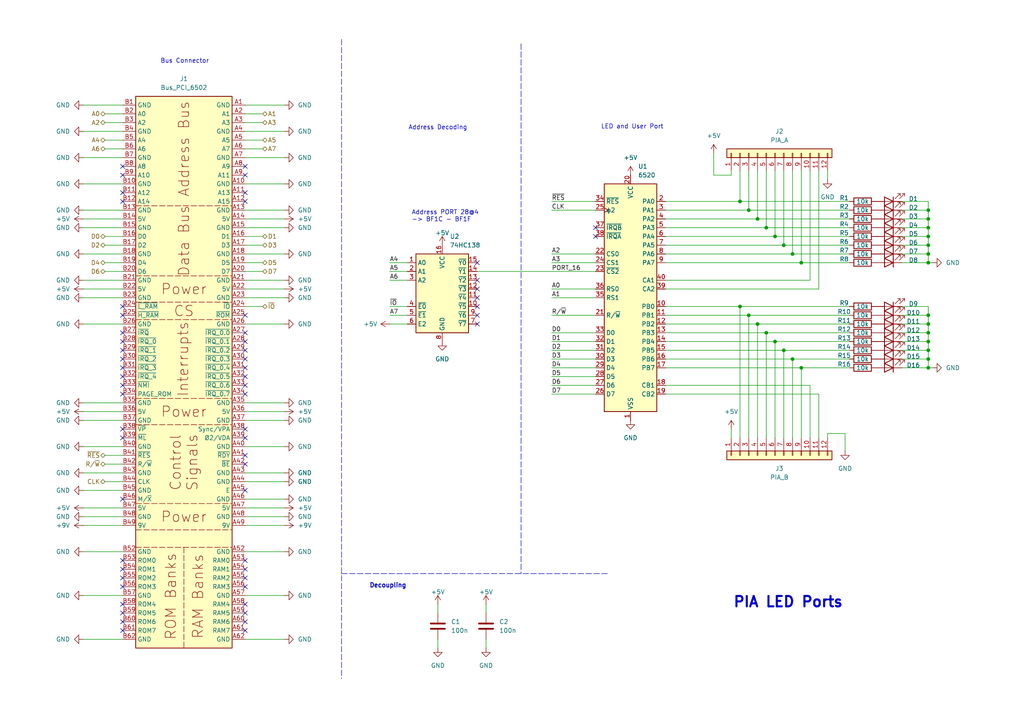
<source format=kicad_sch>
(kicad_sch (version 20231120) (generator "eeschema") (generator_version "8.0")
  (paper "A4")
  (title_block (title "S65xx Computer System") (date "2024-06-30") (rev "1.0") (company "Synthron"))
  (junction (at 224.79 99.06))
  (junction (at 269.24 101.6))
  (junction (at 219.71 63.5))
  (junction (at 269.24 93.98))
  (junction (at 232.41 106.68))
  (junction (at 269.24 96.52))
  (junction (at 269.24 99.06))
  (junction (at 224.79 68.58))
  (junction (at 269.24 73.66))
  (junction (at 269.24 71.12))
  (junction (at 222.25 66.04))
  (junction (at 219.71 93.98))
  (junction (at 222.25 96.52))
  (junction (at 229.87 104.14))
  (junction (at 214.63 58.42))
  (junction (at 269.24 91.44))
  (junction (at 269.24 76.2))
  (junction (at 269.24 68.58))
  (junction (at 269.24 106.68))
  (junction (at 269.24 60.96))
  (junction (at 269.24 63.5))
  (junction (at 229.87 73.66))
  (junction (at 227.33 101.6))
  (junction (at 217.17 60.96))
  (junction (at 214.63 88.9))
  (junction (at 269.24 66.04))
  (junction (at 269.24 104.14))
  (junction (at 227.33 71.12))
  (junction (at 232.41 76.2))
  (junction (at 217.17 91.44))
  (no_connect (at 71.12 134.62))
  (no_connect (at 71.12 182.88))
  (no_connect (at 35.56 182.88))
  (no_connect (at 172.72 68.58))
  (no_connect (at 35.56 170.18))
  (no_connect (at 71.12 124.46))
  (no_connect (at 35.56 58.42))
  (no_connect (at 71.12 175.26))
  (no_connect (at 35.56 175.26))
  (no_connect (at 71.12 170.18))
  (no_connect (at 71.12 58.42))
  (no_connect (at 71.12 132.08))
  (no_connect (at 35.56 48.26))
  (no_connect (at 35.56 124.46))
  (no_connect (at 71.12 114.3))
  (no_connect (at 35.56 101.6))
  (no_connect (at 138.43 86.36))
  (no_connect (at 71.12 111.76))
  (no_connect (at 71.12 106.68))
  (no_connect (at 71.12 109.22))
  (no_connect (at 35.56 91.44))
  (no_connect (at 71.12 104.14))
  (no_connect (at 35.56 180.34))
  (no_connect (at 71.12 48.26))
  (no_connect (at 35.56 144.78))
  (no_connect (at 35.56 127))
  (no_connect (at 138.43 76.2))
  (no_connect (at 35.56 177.8))
  (no_connect (at 71.12 99.06))
  (no_connect (at 71.12 50.8))
  (no_connect (at 35.56 99.06))
  (no_connect (at 35.56 104.14))
  (no_connect (at 71.12 162.56))
  (no_connect (at 71.12 96.52))
  (no_connect (at 35.56 109.22))
  (no_connect (at 35.56 162.56))
  (no_connect (at 35.56 111.76))
  (no_connect (at 71.12 142.24))
  (no_connect (at 138.43 83.82))
  (no_connect (at 71.12 91.44))
  (no_connect (at 138.43 88.9))
  (no_connect (at 35.56 50.8))
  (no_connect (at 35.56 88.9))
  (no_connect (at 71.12 165.1))
  (no_connect (at 71.12 55.88))
  (no_connect (at 35.56 96.52))
  (no_connect (at 71.12 177.8))
  (no_connect (at 138.43 91.44))
  (no_connect (at 35.56 114.3))
  (no_connect (at 71.12 167.64))
  (no_connect (at 35.56 106.68))
  (no_connect (at 71.12 127))
  (no_connect (at 35.56 55.88))
  (no_connect (at 35.56 165.1))
  (no_connect (at 138.43 81.28))
  (no_connect (at 172.72 66.04))
  (no_connect (at 71.12 101.6))
  (no_connect (at 71.12 180.34))
  (no_connect (at 35.56 167.64))
  (no_connect (at 138.43 93.98))
  (wire (pts (xy 261.62 96.52) (xy 269.24 96.52)))
  (wire (pts (xy 219.71 93.98) (xy 246.38 93.98)))
  (wire (pts (xy 246.38 58.42) (xy 214.63 58.42)))
  (wire (pts (xy 224.79 99.06) (xy 193.04 99.06)))
  (wire (pts (xy 82.55 149.86) (xy 71.12 149.86)))
  (wire (pts (xy 30.48 78.74) (xy 35.56 78.74)))
  (wire (pts (xy 160.02 83.82) (xy 172.72 83.82)))
  (wire (pts (xy 113.03 76.2) (xy 118.11 76.2)))
  (wire (pts (xy 82.55 66.04) (xy 71.12 66.04)))
  (wire (pts (xy 82.55 30.48) (xy 71.12 30.48)))
  (wire (pts (xy 160.02 76.2) (xy 172.72 76.2)))
  (wire (pts (xy 160.02 104.14) (xy 172.72 104.14)))
  (wire (pts (xy 30.48 139.7) (xy 35.56 139.7)))
  (wire (pts (xy 207.01 50.8) (xy 212.09 50.8)))
  (wire (pts (xy 82.55 116.84) (xy 71.12 116.84)))
  (wire (pts (xy 24.13 129.54) (xy 35.56 129.54)))
  (wire (pts (xy 246.38 88.9) (xy 214.63 88.9)))
  (wire (pts (xy 234.95 127) (xy 234.95 111.76)))
  (wire (pts (xy 214.63 88.9) (xy 214.63 127)))
  (wire (pts (xy 261.62 60.96) (xy 269.24 60.96)))
  (wire (pts (xy 214.63 88.9) (xy 193.04 88.9)))
  (wire (pts (xy 82.55 121.92) (xy 71.12 121.92)))
  (wire (pts (xy 214.63 58.42) (xy 193.04 58.42)))
  (wire (pts (xy 224.79 49.53) (xy 224.79 68.58)))
  (wire (pts (xy 30.48 71.12) (xy 35.56 71.12)))
  (wire (pts (xy 269.24 68.58) (xy 269.24 66.04)))
  (wire (pts (xy 246.38 99.06) (xy 224.79 99.06)))
  (wire (pts (xy 82.55 38.1) (xy 71.12 38.1)))
  (wire (pts (xy 113.03 91.44) (xy 118.11 91.44)))
  (wire (pts (xy 160.02 101.6) (xy 172.72 101.6)))
  (wire (pts (xy 24.13 53.34) (xy 35.56 53.34)))
  (wire (pts (xy 229.87 104.14) (xy 229.87 127)))
  (wire (pts (xy 24.13 185.42) (xy 35.56 185.42)))
  (wire (pts (xy 227.33 71.12) (xy 193.04 71.12)))
  (wire (pts (xy 82.55 160.02) (xy 71.12 160.02)))
  (wire (pts (xy 193.04 68.58) (xy 224.79 68.58)))
  (wire (pts (xy 269.24 76.2) (xy 269.24 73.66)))
  (wire (pts (xy 269.24 58.42) (xy 261.62 58.42)))
  (wire (pts (xy 212.09 50.8) (xy 212.09 49.53)))
  (wire (pts (xy 24.13 81.28) (xy 35.56 81.28)))
  (wire (pts (xy 229.87 104.14) (xy 193.04 104.14)))
  (wire (pts (xy 237.49 114.3) (xy 193.04 114.3)))
  (wire (pts (xy 240.03 125.73) (xy 240.03 127)))
  (wire (pts (xy 269.24 73.66) (xy 269.24 71.12)))
  (wire (pts (xy 30.48 68.58) (xy 35.56 68.58)))
  (wire (pts (xy 261.62 101.6) (xy 269.24 101.6)))
  (wire (pts (xy 269.24 106.68) (xy 269.24 104.14)))
  (wire (pts (xy 261.62 99.06) (xy 269.24 99.06)))
  (wire (pts (xy 237.49 49.53) (xy 237.49 83.82)))
  (wire (pts (xy 232.41 76.2) (xy 193.04 76.2)))
  (wire (pts (xy 24.13 38.1) (xy 35.56 38.1)))
  (wire (pts (xy 270.51 76.2) (xy 269.24 76.2)))
  (wire (pts (xy 261.62 91.44) (xy 269.24 91.44)))
  (wire (pts (xy 269.24 91.44) (xy 269.24 88.9)))
  (wire (pts (xy 76.2 78.74) (xy 71.12 78.74)))
  (wire (pts (xy 261.62 76.2) (xy 269.24 76.2)))
  (wire (pts (xy 82.55 63.5) (xy 71.12 63.5)))
  (wire (pts (xy 76.2 68.58) (xy 71.12 68.58)))
  (wire (pts (xy 269.24 101.6) (xy 269.24 99.06)))
  (wire (pts (xy 229.87 49.53) (xy 229.87 73.66)))
  (wire (pts (xy 160.02 58.42) (xy 172.72 58.42)))
  (wire (pts (xy 219.71 127) (xy 219.71 93.98)))
  (wire (pts (xy 222.25 96.52) (xy 222.25 127)))
  (wire (pts (xy 270.51 106.68) (xy 269.24 106.68)))
  (wire (pts (xy 234.95 49.53) (xy 234.95 81.28)))
  (wire (pts (xy 160.02 73.66) (xy 172.72 73.66)))
  (wire (pts (xy 82.55 45.72) (xy 71.12 45.72)))
  (wire (pts (xy 234.95 111.76) (xy 193.04 111.76)))
  (wire (pts (xy 76.2 40.64) (xy 71.12 40.64)))
  (wire (pts (xy 246.38 106.68) (xy 232.41 106.68)))
  (wire (pts (xy 240.03 52.07) (xy 240.03 49.53)))
  (wire (pts (xy 82.55 119.38) (xy 71.12 119.38)))
  (wire (pts (xy 160.02 99.06) (xy 172.72 99.06)))
  (wire (pts (xy 82.55 147.32) (xy 71.12 147.32)))
  (wire (pts (xy 82.55 137.16) (xy 71.12 137.16)))
  (wire (pts (xy 76.2 33.02) (xy 71.12 33.02)))
  (wire (pts (xy 207.01 44.45) (xy 207.01 50.8)))
  (wire (pts (xy 160.02 91.44) (xy 172.72 91.44)))
  (wire (pts (xy 30.48 33.02) (xy 35.56 33.02)))
  (wire (pts (xy 246.38 104.14) (xy 229.87 104.14)))
  (wire (pts (xy 214.63 49.53) (xy 214.63 58.42)))
  (wire (pts (xy 82.55 60.96) (xy 71.12 60.96)))
  (wire (pts (xy 269.24 96.52) (xy 269.24 93.98)))
  (wire (pts (xy 234.95 81.28) (xy 193.04 81.28)))
  (wire (pts (xy 261.62 71.12) (xy 269.24 71.12)))
  (wire (pts (xy 246.38 60.96) (xy 217.17 60.96)))
  (wire (pts (xy 24.13 93.98) (xy 35.56 93.98)))
  (wire (pts (xy 269.24 93.98) (xy 269.24 91.44)))
  (wire (pts (xy 212.09 124.46) (xy 212.09 127)))
  (wire (pts (xy 222.25 66.04) (xy 193.04 66.04)))
  (wire (pts (xy 24.13 172.72) (xy 35.56 172.72)))
  (wire (pts (xy 24.13 60.96) (xy 35.56 60.96)))
  (wire (pts (xy 82.55 73.66) (xy 71.12 73.66)))
  (wire (pts (xy 30.48 43.18) (xy 35.56 43.18)))
  (wire (pts (xy 261.62 63.5) (xy 269.24 63.5)))
  (wire (pts (xy 219.71 49.53) (xy 219.71 63.5)))
  (polyline (pts (xy 99.06 11.43) (xy 99.06 196.85)) (stroke (width 0) (type dash)))
  (wire (pts (xy 30.48 35.56) (xy 35.56 35.56)))
  (wire (pts (xy 113.03 93.98) (xy 118.11 93.98)))
  (wire (pts (xy 222.25 49.53) (xy 222.25 66.04)))
  (wire (pts (xy 113.03 81.28) (xy 118.11 81.28)))
  (polyline (pts (xy 151.13 12.7) (xy 151.13 166.37)) (stroke (width 0) (type dash)))
  (wire (pts (xy 76.2 43.18) (xy 71.12 43.18)))
  (wire (pts (xy 76.2 76.2) (xy 71.12 76.2)))
  (wire (pts (xy 24.13 121.92) (xy 35.56 121.92)))
  (wire (pts (xy 24.13 83.82) (xy 35.56 83.82)))
  (wire (pts (xy 269.24 99.06) (xy 269.24 96.52)))
  (wire (pts (xy 232.41 106.68) (xy 193.04 106.68)))
  (wire (pts (xy 76.2 71.12) (xy 71.12 71.12)))
  (wire (pts (xy 269.24 63.5) (xy 269.24 60.96)))
  (wire (pts (xy 82.55 83.82) (xy 71.12 83.82)))
  (wire (pts (xy 227.33 71.12) (xy 246.38 71.12)))
  (wire (pts (xy 24.13 147.32) (xy 35.56 147.32)))
  (wire (pts (xy 24.13 119.38) (xy 35.56 119.38)))
  (wire (pts (xy 217.17 60.96) (xy 193.04 60.96)))
  (wire (pts (xy 246.38 76.2) (xy 232.41 76.2)))
  (wire (pts (xy 193.04 91.44) (xy 217.17 91.44)))
  (wire (pts (xy 127 185.42) (xy 127 187.96)))
  (wire (pts (xy 138.43 78.74) (xy 172.72 78.74)))
  (wire (pts (xy 160.02 106.68) (xy 172.72 106.68)))
  (wire (pts (xy 245.11 130.81) (xy 245.11 125.73)))
  (wire (pts (xy 245.11 125.73) (xy 240.03 125.73)))
  (wire (pts (xy 269.24 104.14) (xy 269.24 101.6)))
  (wire (pts (xy 160.02 111.76) (xy 172.72 111.76)))
  (wire (pts (xy 261.62 106.68) (xy 269.24 106.68)))
  (wire (pts (xy 82.55 185.42) (xy 71.12 185.42)))
  (wire (pts (xy 82.55 139.7) (xy 71.12 139.7)))
  (wire (pts (xy 30.48 132.08) (xy 35.56 132.08)))
  (wire (pts (xy 222.25 96.52) (xy 193.04 96.52)))
  (wire (pts (xy 160.02 96.52) (xy 172.72 96.52)))
  (wire (pts (xy 76.2 35.56) (xy 71.12 35.56)))
  (wire (pts (xy 24.13 73.66) (xy 35.56 73.66)))
  (wire (pts (xy 160.02 86.36) (xy 172.72 86.36)))
  (wire (pts (xy 24.13 137.16) (xy 35.56 137.16)))
  (wire (pts (xy 269.24 71.12) (xy 269.24 68.58)))
  (wire (pts (xy 261.62 66.04) (xy 269.24 66.04)))
  (polyline (pts (xy 99.06 166.37) (xy 176.53 166.37)) (stroke (width 0) (type dash)))
  (wire (pts (xy 229.87 73.66) (xy 193.04 73.66)))
  (wire (pts (xy 227.33 101.6) (xy 193.04 101.6)))
  (wire (pts (xy 237.49 83.82) (xy 193.04 83.82)))
  (wire (pts (xy 232.41 106.68) (xy 232.41 127)))
  (wire (pts (xy 160.02 109.22) (xy 172.72 109.22)))
  (wire (pts (xy 113.03 88.9) (xy 118.11 88.9)))
  (wire (pts (xy 269.24 60.96) (xy 269.24 58.42)))
  (wire (pts (xy 269.24 66.04) (xy 269.24 63.5)))
  (wire (pts (xy 140.97 175.26) (xy 140.97 177.8)))
  (wire (pts (xy 246.38 63.5) (xy 219.71 63.5)))
  (wire (pts (xy 76.2 88.9) (xy 71.12 88.9)))
  (wire (pts (xy 30.48 40.64) (xy 35.56 40.64)))
  (wire (pts (xy 193.04 93.98) (xy 219.71 93.98)))
  (wire (pts (xy 24.13 160.02) (xy 35.56 160.02)))
  (wire (pts (xy 82.55 129.54) (xy 71.12 129.54)))
  (wire (pts (xy 30.48 134.62) (xy 35.56 134.62)))
  (wire (pts (xy 24.13 86.36) (xy 35.56 86.36)))
  (wire (pts (xy 24.13 45.72) (xy 35.56 45.72)))
  (wire (pts (xy 261.62 93.98) (xy 269.24 93.98)))
  (wire (pts (xy 219.71 63.5) (xy 193.04 63.5)))
  (wire (pts (xy 217.17 49.53) (xy 217.17 60.96)))
  (wire (pts (xy 24.13 30.48) (xy 35.56 30.48)))
  (wire (pts (xy 82.55 81.28) (xy 71.12 81.28)))
  (wire (pts (xy 24.13 142.24) (xy 35.56 142.24)))
  (wire (pts (xy 246.38 101.6) (xy 227.33 101.6)))
  (wire (pts (xy 82.55 86.36) (xy 71.12 86.36)))
  (wire (pts (xy 113.03 78.74) (xy 118.11 78.74)))
  (wire (pts (xy 227.33 101.6) (xy 227.33 127)))
  (wire (pts (xy 140.97 185.42) (xy 140.97 187.96)))
  (wire (pts (xy 237.49 127) (xy 237.49 114.3)))
  (wire (pts (xy 246.38 96.52) (xy 222.25 96.52)))
  (wire (pts (xy 82.55 172.72) (xy 71.12 172.72)))
  (wire (pts (xy 246.38 73.66) (xy 229.87 73.66)))
  (wire (pts (xy 127 175.26) (xy 127 177.8)))
  (wire (pts (xy 261.62 73.66) (xy 269.24 73.66)))
  (wire (pts (xy 246.38 66.04) (xy 222.25 66.04)))
  (wire (pts (xy 24.13 149.86) (xy 35.56 149.86)))
  (wire (pts (xy 24.13 152.4) (xy 35.56 152.4)))
  (wire (pts (xy 160.02 114.3) (xy 172.72 114.3)))
  (wire (pts (xy 82.55 152.4) (xy 71.12 152.4)))
  (wire (pts (xy 217.17 127) (xy 217.17 91.44)))
  (wire (pts (xy 24.13 116.84) (xy 35.56 116.84)))
  (wire (pts (xy 82.55 93.98) (xy 71.12 93.98)))
  (wire (pts (xy 224.79 68.58) (xy 246.38 68.58)))
  (wire (pts (xy 30.48 76.2) (xy 35.56 76.2)))
  (wire (pts (xy 24.13 66.04) (xy 35.56 66.04)))
  (wire (pts (xy 217.17 91.44) (xy 246.38 91.44)))
  (wire (pts (xy 160.02 60.96) (xy 172.72 60.96)))
  (wire (pts (xy 261.62 68.58) (xy 269.24 68.58)))
  (wire (pts (xy 227.33 49.53) (xy 227.33 71.12)))
  (wire (pts (xy 24.13 63.5) (xy 35.56 63.5)))
  (wire (pts (xy 232.41 49.53) (xy 232.41 76.2)))
  (wire (pts (xy 82.55 53.34) (xy 71.12 53.34)))
  (wire (pts (xy 224.79 99.06) (xy 224.79 127)))
  (wire (pts (xy 269.24 88.9) (xy 261.62 88.9)))
  (wire (pts (xy 82.55 144.78) (xy 71.12 144.78)))
  (wire (pts (xy 261.62 104.14) (xy 269.24 104.14)))
  (text "PIA LED Ports" (at 228.6 174.752 0) (effects (font (size 3 3) (thickness 0.6) (bold yes))))
  (text "Address PORT 28@4 \n-> BF1C - BF1F" (at 119.38 62.738 0) (effects (font (size 1.27 1.27)) (justify left)))
  (text "Address Decoding" (at 127 37.084 0) (effects (font (size 1.27 1.27))))
  (text "Bus Connector" (at 53.594 17.78 0) (effects (font (size 1.27 1.27))))
  (text "Decoupling" (at 112.522 169.926 0) (effects (font (size 1.27 1.27) (bold yes))))
  (text "LED and User Port" (at 183.388 36.83 0) (effects (font (size 1.27 1.27))))
  (label "D4" (at 160.02 106.68 0))
  (label "D6" (at 160.02 111.76 0))
  (label "CLK" (at 160.02 60.96 0))
  (label "A6" (at 113.03 81.28 0))
  (label "D5" (at 160.02 109.22 0))
  (label "A1" (at 160.02 86.36 0))
  (label "~{IO}" (at 113.03 88.9 0))
  (label "PORT_16" (at 160.02 78.74 0))
  (label "D0" (at 160.02 96.52 0))
  (label "D3" (at 160.02 104.14 0))
  (label "~{RES}" (at 160.02 58.42 0))
  (label "A3" (at 160.02 76.2 0))
  (label "D1" (at 160.02 99.06 0))
  (label "R{slash}~{W}" (at 160.02 91.44 0))
  (label "D2" (at 160.02 101.6 0))
  (label "A0" (at 160.02 83.82 0))
  (label "A2" (at 160.02 73.66 0))
  (label "A7" (at 113.03 91.44 0))
  (label "A5" (at 113.03 78.74 0))
  (label "D7" (at 160.02 114.3 0))
  (label "A4" (at 113.03 76.2 0))
  (hierarchical_label "D5" (shape bidirectional) (at 76.2 76.2 0))
  (hierarchical_label "CLK" (shape bidirectional) (at 30.48 139.7 180))
  (hierarchical_label "A2" (shape bidirectional) (at 30.48 35.56 180))
  (hierarchical_label "D6" (shape bidirectional) (at 30.48 78.74 180))
  (hierarchical_label "A3" (shape bidirectional) (at 76.2 35.56 0))
  (hierarchical_label "R{slash}~{W}" (shape bidirectional) (at 30.48 134.62 180))
  (hierarchical_label "D2" (shape bidirectional) (at 30.48 71.12 180))
  (hierarchical_label "D1" (shape bidirectional) (at 76.2 68.58 0))
  (hierarchical_label "D7" (shape bidirectional) (at 76.2 78.74 0))
  (hierarchical_label "A6" (shape bidirectional) (at 30.48 43.18 180))
  (hierarchical_label "D4" (shape bidirectional) (at 30.48 76.2 180))
  (hierarchical_label "A0" (shape bidirectional) (at 30.48 33.02 180))
  (hierarchical_label "A5" (shape bidirectional) (at 76.2 40.64 0))
  (hierarchical_label "D0" (shape bidirectional) (at 30.48 68.58 180))
  (hierarchical_label "~{RES}" (shape bidirectional) (at 30.48 132.08 180))
  (hierarchical_label "~{IO}" (shape bidirectional) (at 76.2 88.9 0))
  (hierarchical_label "D3" (shape bidirectional) (at 76.2 71.12 0))
  (hierarchical_label "A7" (shape bidirectional) (at 76.2 43.18 0))
  (hierarchical_label "A4" (shape bidirectional) (at 30.48 40.64 180))
  (hierarchical_label "A1" (shape bidirectional) (at 76.2 33.02 0))
  (symbol (lib_id "power:GND") (at 24.13 38.1 270) (unit 1)
    (property "Reference" "#PWR03" (effects (hide yes)))
    (property "Value" "GND" (at 20.32 38.0999 90) (effects (justify right)))
    (property "Description" "Power symbol creates a global label with name \"GND\" , ground" (effects (hide yes)))
  )
  (symbol (lib_id "power:GND") (at 82.55 86.36 90) (mirror x) (unit 1)
    (property "Reference" "#PWR022" (effects (hide yes)))
    (property "Value" "GND" (at 86.36 86.3599 90) (effects (justify right)))
    (property "Description" "Power symbol creates a global label with name \"GND\" , ground" (effects (hide yes)))
  )
  (symbol (lib_id "power:+5V") (at 82.55 83.82 270) (mirror x) (unit 1)
    (property "Reference" "#PWR020" (effects (hide yes)))
    (property "Value" "+5V" (at 86.36 83.8199 90) (effects (justify left)))
    (property "Description" "Power symbol creates a global label with name \"+5V\"" (effects (hide yes)))
  )
  (symbol (lib_id "Device:R") (at 250.19 71.12 90) (unit 1)
    (property "Reference" "R6" (at 244.856 70.104 90))
    (property "Value" "10k" (at 250.19 71.12 90))
    (property "Footprint" "Resistor_SMD:R_0805_2012Metric" (effects (hide yes)))
    (property "Description" "Resistor" (effects (hide yes)))
  )
  (symbol (lib_id "Device:R") (at 250.19 58.42 90) (unit 1)
    (property "Reference" "R1" (at 244.856 57.404 90))
    (property "Value" "10k" (at 250.19 58.42 90))
    (property "Footprint" "Resistor_SMD:R_0805_2012Metric" (effects (hide yes)))
    (property "Description" "Resistor" (effects (hide yes)))
  )
  (symbol (lib_id "Device:R") (at 250.19 60.96 90) (unit 1)
    (property "Reference" "R2" (at 244.856 59.944 90))
    (property "Value" "10k" (at 250.19 60.96 90))
    (property "Footprint" "Resistor_SMD:R_0805_2012Metric" (effects (hide yes)))
    (property "Description" "Resistor" (effects (hide yes)))
  )
  (symbol (lib_id "power:GND") (at 82.55 121.92 90) (mirror x) (unit 1)
    (property "Reference" "#PWR030" (effects (hide yes)))
    (property "Value" "GND" (at 86.36 121.9199 90) (effects (justify right)))
    (property "Description" "Power symbol creates a global label with name \"GND\" , ground" (effects (hide yes)))
  )
  (symbol (lib_id "power:GND") (at 82.55 160.02 90) (unit 1)
    (property "Reference" "#PWR045" (effects (hide yes)))
    (property "Value" "GND" (at 86.36 160.0201 90) (effects (justify right)))
    (property "Description" "Power symbol creates a global label with name \"GND\" , ground" (effects (hide yes)))
  )
  (symbol (lib_id "6502:Bus_PCI_6502") (at 53.34 106.68 0) (unit 1)
    (property "Reference" "J1" (at 53.34 22.86 0))
    (property "Value" "Bus_PCI_6502" (at 53.34 25.4 0))
    (property "Footprint" "Connector_PCBEdge:BUS_PCI" (effects (hide yes)))
    (property "Datasheet" "http://pinouts.ru/Slots/PCI_pinout.shtml" (effects (hide yes)))
    (property "Description" "PCI bus connector for 5V cards" (effects (hide yes)))
  )
  (symbol (lib_id "power:GND") (at 82.55 66.04 90) (mirror x) (unit 1)
    (property "Reference" "#PWR014" (effects (hide yes)))
    (property "Value" "GND" (at 86.36 66.0399 90) (effects (justify right)))
    (property "Description" "Power symbol creates a global label with name \"GND\" , ground" (effects (hide yes)))
  )
  (symbol (lib_id "6502:6520") (at 182.88 86.36 0) (unit 1)
    (property "Reference" "U1" (at 185.0741 48.26 0) (effects (justify left)))
    (property "Value" "6520" (at 185.0741 50.8 0) (effects (justify left)))
    (property "Footprint" "Package_DIP:DIP-40_W15.24mm" (effects (hide yes)))
    (property "Datasheet" "http://www.6502.org/documents/datasheets/mos/mos_6520.pdf" (effects (hide yes)))
    (property "Description" "NMOS Peripheral Interface Adapter (PIA), 20-pin I/O, DIP-40" (effects (hide yes)))
  )
  (symbol (lib_id "power:GND") (at 182.88 121.92 0) (unit 1)
    (property "Reference" "#PWR053" (effects (hide yes)))
    (property "Value" "GND" (at 182.88 127 0))
    (property "Description" "Power symbol creates a global label with name \"GND\" , ground" (effects (hide yes)))
  )
  (symbol (lib_id "power:GND") (at 24.13 81.28 270) (unit 1)
    (property "Reference" "#PWR017" (effects (hide yes)))
    (property "Value" "GND" (at 20.32 81.2799 90) (effects (justify right)))
    (property "Description" "Power symbol creates a global label with name \"GND\" , ground" (effects (hide yes)))
  )
  (symbol (lib_id "power:GND") (at 24.13 185.42 270) (unit 1)
    (property "Reference" "#PWR048" (effects (hide yes)))
    (property "Value" "GND" (at 20.32 185.4199 90) (effects (justify right)))
    (property "Description" "Power symbol creates a global label with name \"GND\" , ground" (effects (hide yes)))
  )
  (symbol (lib_id "Device:R") (at 250.19 99.06 90) (unit 1)
    (property "Reference" "R13" (at 244.856 98.044 90))
    (property "Value" "10k" (at 250.19 99.06 90))
    (property "Footprint" "Resistor_SMD:R_0805_2012Metric" (effects (hide yes)))
    (property "Description" "Resistor" (effects (hide yes)))
  )
  (symbol (lib_id "power:GND") (at 82.55 116.84 90) (mirror x) (unit 1)
    (property "Reference" "#PWR026" (effects (hide yes)))
    (property "Value" "GND" (at 86.36 116.8399 90) (effects (justify right)))
    (property "Description" "Power symbol creates a global label with name \"GND\" , ground" (effects (hide yes)))
  )
  (symbol (lib_id "power:GND") (at 24.13 60.96 270) (unit 1)
    (property "Reference" "#PWR09" (effects (hide yes)))
    (property "Value" "GND" (at 20.32 60.9599 90) (effects (justify right)))
    (property "Description" "Power symbol creates a global label with name \"GND\" , ground" (effects (hide yes)))
  )
  (symbol (lib_id "power:GND") (at 140.97 187.96 0) (mirror y) (unit 1)
    (property "Reference" "#PWR064" (effects (hide yes)))
    (property "Value" "GND" (at 140.97 193.04 0))
    (property "Description" "Power symbol creates a global label with name \"GND\" , ground" (effects (hide yes)))
  )
  (symbol (lib_id "Device:R") (at 250.19 96.52 90) (unit 1)
    (property "Reference" "R12" (at 244.856 95.504 90))
    (property "Value" "10k" (at 250.19 96.52 90))
    (property "Footprint" "Resistor_SMD:R_0805_2012Metric" (effects (hide yes)))
    (property "Description" "Resistor" (effects (hide yes)))
  )
  (symbol (lib_id "Device:LED") (at 257.81 63.5 180) (unit 1)
    (property "Reference" "D3" (at 264.922 62.738 0))
    (property "Value" "LED" (effects (hide yes)))
    (property "Footprint" "Eigene:SPST_Edge" (effects (hide yes)))
    (property "Description" "Light emitting diode" (effects (hide yes)))
  )
  (symbol (lib_id "power:+5V") (at 140.97 175.26 0) (mirror y) (unit 1)
    (property "Reference" "#PWR063" (effects (hide yes)))
    (property "Value" "+5V" (at 140.97 171.704 0))
    (property "Description" "Power symbol creates a global label with name \"+5V\"" (effects (hide yes)))
  )
  (symbol (lib_id "power:GND") (at 24.13 45.72 270) (unit 1)
    (property "Reference" "#PWR05" (effects (hide yes)))
    (property "Value" "GND" (at 20.32 45.7199 90) (effects (justify right)))
    (property "Description" "Power symbol creates a global label with name \"GND\" , ground" (effects (hide yes)))
  )
  (symbol (lib_id "power:GND") (at 24.13 30.48 270) (unit 1)
    (property "Reference" "#PWR01" (effects (hide yes)))
    (property "Value" "GND" (at 20.32 30.4799 90) (effects (justify right)))
    (property "Description" "Power symbol creates a global label with name \"GND\" , ground" (effects (hide yes)))
  )
  (symbol (lib_id "Device:LED") (at 257.81 99.06 180) (unit 1)
    (property "Reference" "D13" (at 264.922 98.298 0))
    (property "Value" "LED" (effects (hide yes)))
    (property "Footprint" "Eigene:SPST_Edge" (effects (hide yes)))
    (property "Description" "Light emitting diode" (effects (hide yes)))
  )
  (symbol (lib_id "Device:R") (at 250.19 76.2 90) (unit 1)
    (property "Reference" "R8" (at 244.856 75.184 90))
    (property "Value" "10k" (at 250.19 76.2 90))
    (property "Footprint" "Resistor_SMD:R_0805_2012Metric" (effects (hide yes)))
    (property "Description" "Resistor" (effects (hide yes)))
  )
  (symbol (lib_id "power:+5V") (at 127 175.26 0) (mirror y) (unit 1)
    (property "Reference" "#PWR061" (effects (hide yes)))
    (property "Value" "+5V" (at 127 171.704 0))
    (property "Description" "Power symbol creates a global label with name \"+5V\"" (effects (hide yes)))
  )
  (symbol (lib_id "Connector_Generic:Conn_01x12") (at 224.79 44.45 90) (unit 1)
    (property "Reference" "J2" (at 226.06 38.1 90))
    (property "Value" "PIA_A" (at 226.06 40.64 90))
    (property "Footprint" "Connector_PinHeader_2.54mm:PinHeader_1x12_P2.54mm_Vertical" (effects (hide yes)))
    (property "Description" "Generic connector, single row, 01x12, script generated (kicad-library-utils/schlib/autogen/connector/)" (effects (hide yes)))
  )
  (symbol (lib_id "power:GND") (at 82.55 185.42 90) (unit 1)
    (property "Reference" "#PWR049" (effects (hide yes)))
    (property "Value" "GND" (at 86.36 185.4201 90) (effects (justify right)))
    (property "Description" "Power symbol creates a global label with name \"GND\" , ground" (effects (hide yes)))
  )
  (symbol (lib_id "Device:LED") (at 257.81 68.58 180) (unit 1)
    (property "Reference" "D5" (at 264.922 67.818 0))
    (property "Value" "LED" (effects (hide yes)))
    (property "Footprint" "Eigene:SPST_Edge" (effects (hide yes)))
    (property "Description" "Light emitting diode" (effects (hide yes)))
  )
  (symbol (lib_id "Device:LED") (at 257.81 71.12 180) (unit 1)
    (property "Reference" "D6" (at 264.922 70.358 0))
    (property "Value" "LED" (effects (hide yes)))
    (property "Footprint" "Eigene:SPST_Edge" (effects (hide yes)))
    (property "Description" "Light emitting diode" (effects (hide yes)))
  )
  (symbol (lib_id "Device:R") (at 250.19 93.98 90) (unit 1)
    (property "Reference" "R11" (at 244.856 92.964 90))
    (property "Value" "10k" (at 250.19 93.98 90))
    (property "Footprint" "Resistor_SMD:R_0805_2012Metric" (effects (hide yes)))
    (property "Description" "Resistor" (effects (hide yes)))
  )
  (symbol (lib_id "Connector_Generic:Conn_01x12") (at 224.79 132.08 90) (mirror x) (unit 1)
    (property "Reference" "J3" (at 226.06 135.89 90))
    (property "Value" "PIA_B" (at 226.06 138.43 90))
    (property "Footprint" "Connector_PinHeader_2.54mm:PinHeader_1x12_P2.54mm_Vertical" (effects (hide yes)))
    (property "Description" "Generic connector, single row, 01x12, script generated (kicad-library-utils/schlib/autogen/connector/)" (effects (hide yes)))
  )
  (symbol (lib_id "74xx:74HC138") (at 128.27 86.36 0) (unit 1)
    (property "Reference" "U2" (at 130.4641 68.58 0) (effects (justify left)))
    (property "Value" "74HC138" (at 130.4641 71.12 0) (effects (justify left)))
    (property "Footprint" "Package_DIP:DIP-16_W7.62mm_LongPads" (effects (hide yes)))
    (property "Datasheet" "http://www.ti.com/lit/ds/symlink/cd74hc238.pdf" (effects (hide yes)))
    (property "Description" "3-to-8 line decoder/multiplexer inverting, DIP-16/SOIC-16/SSOP-16" (effects (hide yes)))
  )
  (symbol (lib_id "power:GND") (at 24.13 86.36 270) (unit 1)
    (property "Reference" "#PWR021" (effects (hide yes)))
    (property "Value" "GND" (at 20.32 86.3599 90) (effects (justify right)))
    (property "Description" "Power symbol creates a global label with name \"GND\" , ground" (effects (hide yes)))
  )
  (symbol (lib_id "power:GND") (at 82.55 172.72 90) (unit 1)
    (property "Reference" "#PWR047" (effects (hide yes)))
    (property "Value" "GND" (at 86.36 172.7201 90) (effects (justify right)))
    (property "Description" "Power symbol creates a global label with name \"GND\" , ground" (effects (hide yes)))
  )
  (symbol (lib_id "power:GND") (at 24.13 137.16 270) (unit 1)
    (property "Reference" "#PWR033" (effects (hide yes)))
    (property "Value" "GND" (at 20.32 137.1599 90) (effects (justify right)))
    (property "Description" "Power symbol creates a global label with name \"GND\" , ground" (effects (hide yes)))
  )
  (symbol (lib_id "power:+5V") (at 24.13 147.32 90) (unit 1)
    (property "Reference" "#PWR038" (effects (hide yes)))
    (property "Value" "+5V" (at 20.32 147.3199 90) (effects (justify left)))
    (property "Description" "Power symbol creates a global label with name \"+5V\"" (effects (hide yes)))
  )
  (symbol (lib_id "Device:C") (at 127 181.61 0) (unit 1)
    (property "Reference" "C1" (at 130.81 180.3399 0) (effects (justify left)))
    (property "Value" "100n" (at 130.81 182.8799 0) (effects (justify left)))
    (property "Footprint" "Capacitor_SMD:C_0805_2012Metric" (effects (hide yes)))
    (property "Description" "Unpolarized capacitor" (effects (hide yes)))
  )
  (symbol (lib_id "power:GND") (at 24.13 149.86 270) (unit 1)
    (property "Reference" "#PWR040" (effects (hide yes)))
    (property "Value" "GND" (at 20.32 149.8599 90) (effects (justify right)))
    (property "Description" "Power symbol creates a global label with name \"GND\" , ground" (effects (hide yes)))
  )
  (symbol (lib_id "Device:LED") (at 257.81 91.44 180) (unit 1)
    (property "Reference" "D10" (at 264.922 90.678 0))
    (property "Value" "LED" (effects (hide yes)))
    (property "Footprint" "Eigene:SPST_Edge" (effects (hide yes)))
    (property "Description" "Light emitting diode" (effects (hide yes)))
  )
  (symbol (lib_id "power:GND") (at 82.55 30.48 90) (mirror x) (unit 1)
    (property "Reference" "#PWR02" (effects (hide yes)))
    (property "Value" "GND" (at 86.36 30.4799 90) (effects (justify right)))
    (property "Description" "Power symbol creates a global label with name \"GND\" , ground" (effects (hide yes)))
  )
  (symbol (lib_id "power:GND") (at 24.13 93.98 270) (unit 1)
    (property "Reference" "#PWR023" (effects (hide yes)))
    (property "Value" "GND" (at 20.32 93.9799 90) (effects (justify right)))
    (property "Description" "Power symbol creates a global label with name \"GND\" , ground" (effects (hide yes)))
  )
  (symbol (lib_id "power:GND") (at 24.13 66.04 270) (unit 1)
    (property "Reference" "#PWR013" (effects (hide yes)))
    (property "Value" "GND" (at 20.32 66.0399 90) (effects (justify right)))
    (property "Description" "Power symbol creates a global label with name \"GND\" , ground" (effects (hide yes)))
  )
  (symbol (lib_id "power:+5V") (at 24.13 83.82 90) (unit 1)
    (property "Reference" "#PWR019" (effects (hide yes)))
    (property "Value" "+5V" (at 20.32 83.8199 90) (effects (justify left)))
    (property "Description" "Power symbol creates a global label with name \"+5V\"" (effects (hide yes)))
  )
  (symbol (lib_id "power:+5V") (at 82.55 147.32 270) (mirror x) (unit 1)
    (property "Reference" "#PWR039" (effects (hide yes)))
    (property "Value" "+5V" (at 86.36 147.3199 90) (effects (justify left)))
    (property "Description" "Power symbol creates a global label with name \"+5V\"" (effects (hide yes)))
  )
  (symbol (lib_id "power:GND") (at 24.13 142.24 270) (unit 1)
    (property "Reference" "#PWR036" (effects (hide yes)))
    (property "Value" "GND" (at 20.32 142.2399 90) (effects (justify right)))
    (property "Description" "Power symbol creates a global label with name \"GND\" , ground" (effects (hide yes)))
  )
  (symbol (lib_id "Device:LED") (at 257.81 93.98 180) (unit 1)
    (property "Reference" "D11" (at 264.922 93.218 0))
    (property "Value" "LED" (effects (hide yes)))
    (property "Footprint" "Eigene:SPST_Edge" (effects (hide yes)))
    (property "Description" "Light emitting diode" (effects (hide yes)))
  )
  (symbol (lib_id "Device:LED") (at 257.81 76.2 180) (unit 1)
    (property "Reference" "D8" (at 264.922 75.438 0))
    (property "Value" "LED" (effects (hide yes)))
    (property "Footprint" "Eigene:SPST_Edge" (effects (hide yes)))
    (property "Description" "Light emitting diode" (effects (hide yes)))
  )
  (symbol (lib_id "power:GND") (at 24.13 73.66 270) (unit 1)
    (property "Reference" "#PWR015" (effects (hide yes)))
    (property "Value" "GND" (at 20.32 73.6599 90) (effects (justify right)))
    (property "Description" "Power symbol creates a global label with name \"GND\" , ground" (effects (hide yes)))
  )
  (symbol (lib_id "Device:R") (at 250.19 101.6 90) (unit 1)
    (property "Reference" "R14" (at 244.856 100.584 90))
    (property "Value" "10k" (at 250.19 101.6 90))
    (property "Footprint" "Resistor_SMD:R_0805_2012Metric" (effects (hide yes)))
    (property "Description" "Resistor" (effects (hide yes)))
  )
  (symbol (lib_id "Device:C") (at 140.97 181.61 0) (unit 1)
    (property "Reference" "C2" (at 144.78 180.3399 0) (effects (justify left)))
    (property "Value" "100n" (at 144.78 182.8799 0) (effects (justify left)))
    (property "Footprint" "Capacitor_SMD:C_0805_2012Metric" (effects (hide yes)))
    (property "Description" "Unpolarized capacitor" (effects (hide yes)))
  )
  (symbol (lib_id "power:GND") (at 270.51 76.2 90) (unit 1)
    (property "Reference" "#PWR051" (effects (hide yes)))
    (property "Value" "GND" (at 274.32 76.1999 90) (effects (justify right)))
    (property "Description" "Power symbol creates a global label with name \"GND\" , ground" (effects (hide yes)))
  )
  (symbol (lib_id "Device:LED") (at 257.81 104.14 180) (unit 1)
    (property "Reference" "D15" (at 264.922 103.378 0))
    (property "Value" "LED" (effects (hide yes)))
    (property "Footprint" "Eigene:SPST_Edge" (effects (hide yes)))
    (property "Description" "Light emitting diode" (effects (hide yes)))
  )
  (symbol (lib_id "Device:LED") (at 257.81 101.6 180) (unit 1)
    (property "Reference" "D14" (at 264.922 100.838 0))
    (property "Value" "LED" (effects (hide yes)))
    (property "Footprint" "Eigene:SPST_Edge" (effects (hide yes)))
    (property "Description" "Light emitting diode" (effects (hide yes)))
  )
  (symbol (lib_id "Device:LED") (at 257.81 58.42 180) (unit 1)
    (property "Reference" "D1" (at 264.922 57.658 0))
    (property "Value" "LED" (effects (hide yes)))
    (property "Footprint" "Eigene:SPST_Edge" (effects (hide yes)))
    (property "Description" "Light emitting diode" (effects (hide yes)))
  )
  (symbol (lib_id "power:+5V") (at 82.55 119.38 270) (mirror x) (unit 1)
    (property "Reference" "#PWR028" (effects (hide yes)))
    (property "Value" "+5V" (at 86.36 119.3799 90) (effects (justify left)))
    (property "Description" "Power symbol creates a global label with name \"+5V\"" (effects (hide yes)))
  )
  (symbol (lib_id "power:GND") (at 24.13 160.02 270) (unit 1)
    (property "Reference" "#PWR044" (effects (hide yes)))
    (property "Value" "GND" (at 20.32 160.0199 90) (effects (justify right)))
    (property "Description" "Power symbol creates a global label with name \"GND\" , ground" (effects (hide yes)))
  )
  (symbol (lib_id "power:GND") (at 270.51 106.68 90) (unit 1)
    (property "Reference" "#PWR052" (effects (hide yes)))
    (property "Value" "GND" (at 274.32 106.6799 90) (effects (justify right)))
    (property "Description" "Power symbol creates a global label with name \"GND\" , ground" (effects (hide yes)))
  )
  (symbol (lib_id "Device:R") (at 250.19 73.66 90) (unit 1)
    (property "Reference" "R7" (at 244.856 72.644 90))
    (property "Value" "10k" (at 250.19 73.66 90))
    (property "Footprint" "Resistor_SMD:R_0805_2012Metric" (effects (hide yes)))
    (property "Description" "Resistor" (effects (hide yes)))
  )
  (symbol (lib_id "power:GND") (at 24.13 129.54 270) (unit 1)
    (property "Reference" "#PWR031" (effects (hide yes)))
    (property "Value" "GND" (at 20.32 129.5399 90) (effects (justify right)))
    (property "Description" "Power symbol creates a global label with name \"GND\" , ground" (effects (hide yes)))
  )
  (symbol (lib_id "power:+5V") (at 24.13 119.38 90) (unit 1)
    (property "Reference" "#PWR027" (effects (hide yes)))
    (property "Value" "+5V" (at 20.32 119.3799 90) (effects (justify left)))
    (property "Description" "Power symbol creates a global label with name \"+5V\"" (effects (hide yes)))
  )
  (symbol (lib_id "Device:LED") (at 257.81 60.96 180) (unit 1)
    (property "Reference" "D2" (at 264.922 60.198 0))
    (property "Value" "LED" (effects (hide yes)))
    (property "Footprint" "Eigene:SPST_Edge" (effects (hide yes)))
    (property "Description" "Light emitting diode" (effects (hide yes)))
  )
  (symbol (lib_id "Device:R") (at 250.19 88.9 90) (unit 1)
    (property "Reference" "R9" (at 244.856 87.884 90))
    (property "Value" "10k" (at 250.19 88.9 90))
    (property "Footprint" "Resistor_SMD:R_0805_2012Metric" (effects (hide yes)))
    (property "Description" "Resistor" (effects (hide yes)))
  )
  (symbol (lib_id "power:GND") (at 240.03 52.07 0) (unit 1)
    (property "Reference" "#PWR055" (effects (hide yes)))
    (property "Value" "GND" (at 240.03 57.15 0))
    (property "Description" "Power symbol creates a global label with name \"GND\" , ground" (effects (hide yes)))
  )
  (symbol (lib_id "Device:LED") (at 257.81 66.04 180) (unit 1)
    (property "Reference" "D4" (at 264.922 65.278 0))
    (property "Value" "LED" (effects (hide yes)))
    (property "Footprint" "Eigene:SPST_Edge" (effects (hide yes)))
    (property "Description" "Light emitting diode" (effects (hide yes)))
  )
  (symbol (lib_id "Device:R") (at 250.19 66.04 90) (unit 1)
    (property "Reference" "R4" (at 244.856 65.024 90))
    (property "Value" "10k" (at 250.19 66.04 90))
    (property "Footprint" "Resistor_SMD:R_0805_2012Metric" (effects (hide yes)))
    (property "Description" "Resistor" (effects (hide yes)))
  )
  (symbol (lib_id "power:GND") (at 82.55 93.98 90) (mirror x) (unit 1)
    (property "Reference" "#PWR024" (effects (hide yes)))
    (property "Value" "GND" (at 86.36 93.9799 90) (effects (justify right)))
    (property "Description" "Power symbol creates a global label with name \"GND\" , ground" (effects (hide yes)))
  )
  (symbol (lib_id "Device:LED") (at 257.81 88.9 180) (unit 1)
    (property "Reference" "D9" (at 264.922 88.138 0))
    (property "Value" "LED" (effects (hide yes)))
    (property "Footprint" "Eigene:SPST_Edge" (effects (hide yes)))
    (property "Description" "Light emitting diode" (effects (hide yes)))
  )
  (symbol (lib_id "power:+5V") (at 207.01 44.45 0) (unit 1)
    (property "Reference" "#PWR054" (effects (hide yes)))
    (property "Value" "+5V" (at 207.01 39.37 0))
    (property "Description" "Power symbol creates a global label with name \"+5V\"" (effects (hide yes)))
  )
  (symbol (lib_id "power:GND") (at 24.13 53.34 270) (unit 1)
    (property "Reference" "#PWR07" (effects (hide yes)))
    (property "Value" "GND" (at 20.32 53.3399 90) (effects (justify right)))
    (property "Description" "Power symbol creates a global label with name \"GND\" , ground" (effects (hide yes)))
  )
  (symbol (lib_id "power:GND") (at 82.55 38.1 90) (mirror x) (unit 1)
    (property "Reference" "#PWR04" (effects (hide yes)))
    (property "Value" "GND" (at 86.36 38.0999 90) (effects (justify right)))
    (property "Description" "Power symbol creates a global label with name \"GND\" , ground" (effects (hide yes)))
  )
  (symbol (lib_id "Device:LED") (at 257.81 73.66 180) (unit 1)
    (property "Reference" "D7" (at 264.922 72.898 0))
    (property "Value" "LED" (effects (hide yes)))
    (property "Footprint" "Eigene:SPST_Edge" (effects (hide yes)))
    (property "Description" "Light emitting diode" (effects (hide yes)))
  )
  (symbol (lib_id "power:+5V") (at 24.13 63.5 90) (unit 1)
    (property "Reference" "#PWR011" (effects (hide yes)))
    (property "Value" "+5V" (at 20.32 63.4999 90) (effects (justify left)))
    (property "Description" "Power symbol creates a global label with name \"+5V\"" (effects (hide yes)))
  )
  (symbol (lib_id "power:GND") (at 24.13 172.72 270) (unit 1)
    (property "Reference" "#PWR046" (effects (hide yes)))
    (property "Value" "GND" (at 20.32 172.7199 90) (effects (justify right)))
    (property "Description" "Power symbol creates a global label with name \"GND\" , ground" (effects (hide yes)))
  )
  (symbol (lib_id "Device:LED") (at 257.81 106.68 180) (unit 1)
    (property "Reference" "D16" (at 264.922 105.918 0))
    (property "Value" "LED" (effects (hide yes)))
    (property "Footprint" "Eigene:SPST_Edge" (effects (hide yes)))
    (property "Description" "Light emitting diode" (effects (hide yes)))
  )
  (symbol (lib_id "power:+5V") (at 128.27 71.12 0) (mirror y) (unit 1)
    (property "Reference" "#PWR058" (effects (hide yes)))
    (property "Value" "+5V" (at 128.27 67.564 0))
    (property "Description" "Power symbol creates a global label with name \"+5V\"" (effects (hide yes)))
  )
  (symbol (lib_id "power:GND") (at 82.55 53.34 90) (mirror x) (unit 1)
    (property "Reference" "#PWR08" (effects (hide yes)))
    (property "Value" "GND" (at 86.36 53.3399 90) (effects (justify right)))
    (property "Description" "Power symbol creates a global label with name \"GND\" , ground" (effects (hide yes)))
  )
  (symbol (lib_id "power:GND") (at 82.55 81.28 90) (mirror x) (unit 1)
    (property "Reference" "#PWR018" (effects (hide yes)))
    (property "Value" "GND" (at 86.36 81.2799 90) (effects (justify right)))
    (property "Description" "Power symbol creates a global label with name \"GND\" , ground" (effects (hide yes)))
  )
  (symbol (lib_id "power:+9V") (at 82.55 152.4 270) (mirror x) (unit 1)
    (property "Reference" "#PWR043" (effects (hide yes)))
    (property "Value" "+9V" (at 86.36 152.3999 90) (effects (justify left)))
    (property "Description" "Power symbol creates a global label with name \"+9V\"" (effects (hide yes)))
  )
  (symbol (lib_id "power:GND") (at 82.55 60.96 90) (mirror x) (unit 1)
    (property "Reference" "#PWR010" (effects (hide yes)))
    (property "Value" "GND" (at 86.36 60.9599 90) (effects (justify right)))
    (property "Description" "Power symbol creates a global label with name \"GND\" , ground" (effects (hide yes)))
  )
  (symbol (lib_id "power:GND") (at 128.27 99.06 0) (mirror y) (unit 1)
    (property "Reference" "#PWR059" (effects (hide yes)))
    (property "Value" "GND" (at 128.27 104.14 0))
    (property "Description" "Power symbol creates a global label with name \"GND\" , ground" (effects (hide yes)))
  )
  (symbol (lib_id "power:+9V") (at 24.13 152.4 90) (unit 1)
    (property "Reference" "#PWR042" (effects (hide yes)))
    (property "Value" "+9V" (at 20.32 152.3999 90) (effects (justify left)))
    (property "Description" "Power symbol creates a global label with name \"+9V\"" (effects (hide yes)))
  )
  (symbol (lib_id "power:GND") (at 127 187.96 0) (mirror y) (unit 1)
    (property "Reference" "#PWR062" (effects (hide yes)))
    (property "Value" "GND" (at 127 193.04 0))
    (property "Description" "Power symbol creates a global label with name \"GND\" , ground" (effects (hide yes)))
  )
  (symbol (lib_id "power:GND") (at 82.55 149.86 90) (mirror x) (unit 1)
    (property "Reference" "#PWR041" (effects (hide yes)))
    (property "Value" "GND" (at 86.36 149.8599 90) (effects (justify right)))
    (property "Description" "Power symbol creates a global label with name \"GND\" , ground" (effects (hide yes)))
  )
  (symbol (lib_id "power:+5V") (at 212.09 124.46 0) (mirror y) (unit 1)
    (property "Reference" "#PWR056" (effects (hide yes)))
    (property "Value" "+5V" (at 212.09 119.38 0))
    (property "Description" "Power symbol creates a global label with name \"+5V\"" (effects (hide yes)))
  )
  (symbol (lib_id "power:GND") (at 82.55 139.7 90) (mirror x) (unit 1)
    (property "Reference" "#PWR035" (effects (hide yes)))
    (property "Value" "GND" (at 86.36 139.6999 90) (effects (justify right)))
    (property "Description" "Power symbol creates a global label with name \"GND\" , ground" (effects (hide yes)))
  )
  (symbol (lib_id "Device:R") (at 250.19 91.44 90) (unit 1)
    (property "Reference" "R10" (at 244.856 90.424 90))
    (property "Value" "10k" (at 250.19 91.44 90))
    (property "Footprint" "Resistor_SMD:R_0805_2012Metric" (effects (hide yes)))
    (property "Description" "Resistor" (effects (hide yes)))
  )
  (symbol (lib_id "power:GND") (at 24.13 121.92 270) (unit 1)
    (property "Reference" "#PWR029" (effects (hide yes)))
    (property "Value" "GND" (at 20.32 121.9199 90) (effects (justify right)))
    (property "Description" "Power symbol creates a global label with name \"GND\" , ground" (effects (hide yes)))
  )
  (symbol (lib_id "Device:LED") (at 257.81 96.52 180) (unit 1)
    (property "Reference" "D12" (at 264.922 95.758 0))
    (property "Value" "LED" (effects (hide yes)))
    (property "Footprint" "Eigene:SPST_Edge" (effects (hide yes)))
    (property "Description" "Light emitting diode" (effects (hide yes)))
  )
  (symbol (lib_id "power:GND") (at 82.55 45.72 90) (mirror x) (unit 1)
    (property "Reference" "#PWR06" (effects (hide yes)))
    (property "Value" "GND" (at 86.36 45.7199 90) (effects (justify right)))
    (property "Description" "Power symbol creates a global label with name \"GND\" , ground" (effects (hide yes)))
  )
  (symbol (lib_id "Device:R") (at 250.19 63.5 90) (unit 1)
    (property "Reference" "R3" (at 244.856 62.484 90))
    (property "Value" "10k" (at 250.19 63.5 90))
    (property "Footprint" "Resistor_SMD:R_0805_2012Metric" (effects (hide yes)))
    (property "Description" "Resistor" (effects (hide yes)))
  )
  (symbol (lib_id "power:GND") (at 82.55 137.16 90) (mirror x) (unit 1)
    (property "Reference" "#PWR034" (effects (hide yes)))
    (property "Value" "GND" (at 86.36 137.1599 90) (effects (justify right)))
    (property "Description" "Power symbol creates a global label with name \"GND\" , ground" (effects (hide yes)))
  )
  (symbol (lib_id "power:GND") (at 82.55 144.78 90) (mirror x) (unit 1)
    (property "Reference" "#PWR037" (effects (hide yes)))
    (property "Value" "GND" (at 86.36 144.7799 90) (effects (justify right)))
    (property "Description" "Power symbol creates a global label with name \"GND\" , ground" (effects (hide yes)))
  )
  (symbol (lib_id "power:+5V") (at 82.55 63.5 270) (mirror x) (unit 1)
    (property "Reference" "#PWR012" (effects (hide yes)))
    (property "Value" "+5V" (at 86.36 63.4999 90) (effects (justify left)))
    (property "Description" "Power symbol creates a global label with name \"+5V\"" (effects (hide yes)))
  )
  (symbol (lib_id "power:+5V") (at 182.88 50.8 0) (unit 1)
    (property "Reference" "#PWR050" (effects (hide yes)))
    (property "Value" "+5V" (at 182.88 45.72 0))
    (property "Description" "Power symbol creates a global label with name \"+5V\"" (effects (hide yes)))
  )
  (symbol (lib_id "power:GND") (at 245.11 130.81 0) (mirror y) (unit 1)
    (property "Reference" "#PWR057" (effects (hide yes)))
    (property "Value" "GND" (at 245.11 135.89 0))
    (property "Description" "Power symbol creates a global label with name \"GND\" , ground" (effects (hide yes)))
  )
  (symbol (lib_id "Device:R") (at 250.19 106.68 90) (unit 1)
    (property "Reference" "R16" (at 244.856 105.664 90))
    (property "Value" "10k" (at 250.19 106.68 90))
    (property "Footprint" "Resistor_SMD:R_0805_2012Metric" (effects (hide yes)))
    (property "Description" "Resistor" (effects (hide yes)))
  )
  (symbol (lib_id "power:GND") (at 82.55 73.66 90) (mirror x) (unit 1)
    (property "Reference" "#PWR016" (effects (hide yes)))
    (property "Value" "GND" (at 86.36 73.6599 90) (effects (justify right)))
    (property "Description" "Power symbol creates a global label with name \"GND\" , ground" (effects (hide yes)))
  )
  (symbol (lib_id "Device:R") (at 250.19 68.58 90) (unit 1)
    (property "Reference" "R5" (at 244.856 67.564 90))
    (property "Value" "10k" (at 250.19 68.58 90))
    (property "Footprint" "Resistor_SMD:R_0805_2012Metric" (effects (hide yes)))
    (property "Description" "Resistor" (effects (hide yes)))
  )
  (symbol (lib_id "Device:R") (at 250.19 104.14 90) (unit 1)
    (property "Reference" "R15" (at 244.856 103.124 90))
    (property "Value" "10k" (at 250.19 104.14 90))
    (property "Footprint" "Resistor_SMD:R_0805_2012Metric" (effects (hide yes)))
    (property "Description" "Resistor" (effects (hide yes)))
  )
  (symbol (lib_id "power:GND") (at 24.13 116.84 270) (unit 1)
    (property "Reference" "#PWR025" (effects (hide yes)))
    (property "Value" "GND" (at 20.32 116.8399 90) (effects (justify right)))
    (property "Description" "Power symbol creates a global label with name \"GND\" , ground" (effects (hide yes)))
  )
  (symbol (lib_id "power:+5V") (at 113.03 93.98 90) (mirror x) (unit 1)
    (property "Reference" "#PWR060" (effects (hide yes)))
    (property "Value" "+5V" (at 107.442 93.98 90))
    (property "Description" "Power symbol creates a global label with name \"+5V\"" (effects (hide yes)))
  )
  (symbol (lib_id "power:GND") (at 82.55 129.54 90) (mirror x) (unit 1)
    (property "Reference" "#PWR032" (effects (hide yes)))
    (property "Value" "GND" (at 86.36 129.5399 90) (effects (justify right)))
    (property "Description" "Power symbol creates a global label with name \"GND\" , ground" (effects (hide yes)))
  )
)
</source>
